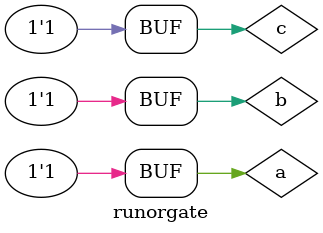
<source format=v>


module orgate(output s, input a, input b, input c);
	assign s = a|(b|c);
endmodule

//run or gate

module runorgate;
	reg a,b,c; //registradores
	wire s; //conexão
	
	//instancia
	orgate OR1(s,a,b,c);
	
	//--preparação
	initial begin:start
		a=0;b=0;c=0;
	end
	
	//--parte principal
	initial begin:main
		$display("Exercício0005 - Mateus Guilherme do Carmo Cruz - 427446");
		$display("Porta OR com três entradas.");
		$display("\t	time\ta|(b|c) = s");
		a=0;b=0;c=0;
		$monitor("%d\t%b|(%b|%b) = %b", $time,a,b,c,s);
	#1 a=0;b=0;c=1;
	#1 a=0;b=1;c=0;
	#1 a=0;b=1;c=1;
	#1	a=1;b=0;c=0;
	#1	a=1;b=0;c=1;
	#1 a=1;b=1;c=0;
	#1 a=1;b=1;c=1;
	end
endmodule//or gate
</source>
